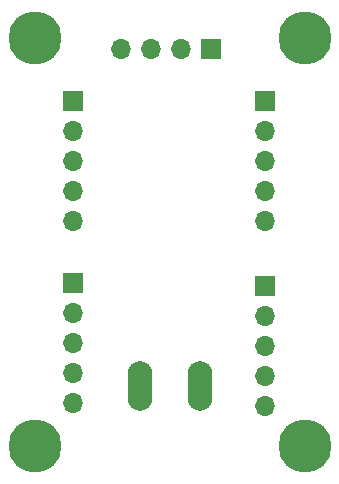
<source format=gts>
G04 #@! TF.GenerationSoftware,KiCad,Pcbnew,(5.1.9)-1*
G04 #@! TF.CreationDate,2021-04-08T22:29:13+02:00*
G04 #@! TF.ProjectId,MotorPCBZonderLevelShifter,4d6f746f-7250-4434-925a-6f6e6465724c,rev?*
G04 #@! TF.SameCoordinates,Original*
G04 #@! TF.FileFunction,Soldermask,Top*
G04 #@! TF.FilePolarity,Negative*
%FSLAX46Y46*%
G04 Gerber Fmt 4.6, Leading zero omitted, Abs format (unit mm)*
G04 Created by KiCad (PCBNEW (5.1.9)-1) date 2021-04-08 22:29:13*
%MOMM*%
%LPD*%
G01*
G04 APERTURE LIST*
%ADD10R,1.700000X1.700000*%
%ADD11O,1.700000X1.700000*%
%ADD12O,2.098040X4.198620*%
%ADD13C,4.500000*%
G04 APERTURE END LIST*
D10*
X132825001Y-86325001D03*
D11*
X132825001Y-88865001D03*
X132825001Y-91405001D03*
X132825001Y-93945001D03*
X132825001Y-96485001D03*
X132800000Y-81075000D03*
X132800000Y-78535000D03*
X132800000Y-75995000D03*
X132800000Y-73455000D03*
D10*
X132800000Y-70915000D03*
X149000000Y-70840000D03*
D11*
X149000000Y-73380000D03*
X149000000Y-75920000D03*
X149000000Y-78460000D03*
X149000000Y-81000000D03*
X149000000Y-96660000D03*
X149000000Y-94120000D03*
X149000000Y-91580000D03*
X149000000Y-89040000D03*
D10*
X149000000Y-86500000D03*
X144500000Y-66500000D03*
D11*
X141960000Y-66500000D03*
X139420000Y-66500000D03*
X136880000Y-66500000D03*
D12*
X138500640Y-95000000D03*
X143499360Y-95000000D03*
D13*
X152400000Y-65532000D03*
X152400000Y-100076000D03*
X129540000Y-65532000D03*
X129540000Y-100076000D03*
M02*

</source>
